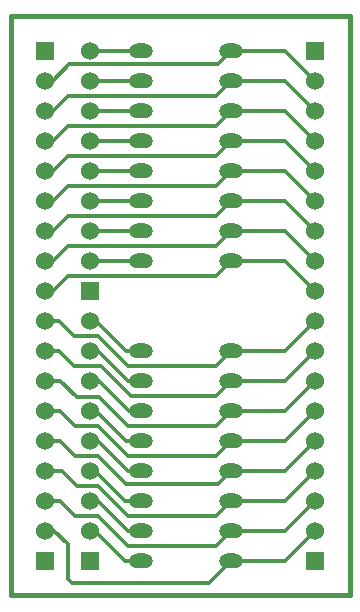
<source format=gtl>
G04 (created by PCBNEW (2013-01-23 BZR 3920)-testing) date Thu 24 Jan 2013 01:11:53 AM CET*
%MOIN*%
G04 Gerber Fmt 3.4, Leading zero omitted, Abs format*
%FSLAX34Y34*%
G01*
G70*
G90*
G04 APERTURE LIST*
%ADD10C,2.3622e-06*%
%ADD11C,0.015*%
%ADD12O,0.08X0.05*%
%ADD13R,0.06X0.06*%
%ADD14C,0.06*%
%ADD15C,0.012*%
G04 APERTURE END LIST*
G54D10*
G54D11*
X64950Y-33050D02*
X64950Y-13750D01*
X76250Y-33050D02*
X76250Y-13750D01*
X64950Y-33050D02*
X76250Y-33050D01*
X64950Y-13750D02*
X76250Y-13750D01*
G54D12*
X72300Y-31900D03*
X72300Y-30900D03*
X72300Y-29900D03*
X72300Y-28900D03*
X72300Y-27900D03*
X72300Y-26900D03*
X72300Y-25900D03*
X72300Y-24900D03*
X69300Y-24900D03*
X69300Y-25900D03*
X69300Y-26900D03*
X69300Y-27900D03*
X69300Y-28900D03*
X69300Y-29900D03*
X69300Y-30900D03*
X69300Y-31900D03*
X72300Y-21900D03*
X72300Y-20900D03*
X72300Y-19900D03*
X72300Y-18900D03*
X72300Y-17900D03*
X72300Y-16900D03*
X72300Y-15900D03*
X72300Y-14900D03*
X69300Y-14900D03*
X69300Y-15900D03*
X69300Y-16900D03*
X69300Y-17900D03*
X69300Y-18900D03*
X69300Y-19900D03*
X69300Y-20900D03*
X69300Y-21900D03*
G54D13*
X67600Y-31900D03*
G54D14*
X67600Y-30900D03*
X67600Y-29900D03*
X67600Y-28900D03*
X67600Y-27900D03*
X67600Y-26900D03*
X67600Y-25900D03*
X67600Y-24900D03*
X67600Y-23900D03*
G54D13*
X66100Y-14900D03*
G54D14*
X66100Y-15900D03*
X66100Y-16900D03*
X66100Y-17900D03*
X66100Y-18900D03*
X66100Y-19900D03*
X66100Y-20900D03*
X66100Y-21900D03*
X66100Y-22900D03*
G54D13*
X66100Y-31900D03*
G54D14*
X66100Y-30900D03*
X66100Y-29900D03*
X66100Y-28900D03*
X66100Y-27900D03*
X66100Y-26900D03*
X66100Y-25900D03*
X66100Y-24900D03*
X66100Y-23900D03*
G54D13*
X75100Y-31900D03*
G54D14*
X75100Y-30900D03*
X75100Y-29900D03*
X75100Y-28900D03*
X75100Y-27900D03*
X75100Y-26900D03*
X75100Y-25900D03*
X75100Y-24900D03*
X75100Y-23900D03*
G54D13*
X75100Y-14900D03*
G54D14*
X75100Y-15900D03*
X75100Y-16900D03*
X75100Y-17900D03*
X75100Y-18900D03*
X75100Y-19900D03*
X75100Y-20900D03*
X75100Y-21900D03*
X75100Y-22900D03*
G54D13*
X67600Y-22900D03*
G54D14*
X67600Y-21900D03*
X67600Y-20900D03*
X67600Y-19900D03*
X67600Y-18900D03*
X67600Y-17900D03*
X67600Y-16900D03*
X67600Y-15900D03*
X67600Y-14900D03*
G54D15*
X71550Y-32650D02*
X72300Y-31900D01*
X67000Y-32650D02*
X71550Y-32650D01*
X66850Y-32500D02*
X67000Y-32650D01*
X66850Y-31350D02*
X66850Y-32500D01*
X72300Y-31900D02*
X74100Y-31900D01*
X66400Y-30900D02*
X66850Y-31350D01*
X74100Y-31900D02*
X75100Y-30900D01*
X66100Y-30900D02*
X66400Y-30900D01*
X71800Y-31400D02*
X72300Y-30900D01*
X68850Y-31400D02*
X71800Y-31400D01*
X67850Y-30400D02*
X68850Y-31400D01*
X67100Y-30400D02*
X67850Y-30400D01*
X72300Y-30900D02*
X74100Y-30900D01*
X66600Y-29900D02*
X67100Y-30400D01*
X74100Y-30900D02*
X75100Y-29900D01*
X66100Y-29900D02*
X66600Y-29900D01*
X71800Y-30400D02*
X72300Y-29900D01*
X68850Y-30400D02*
X71800Y-30400D01*
X67850Y-29400D02*
X68850Y-30400D01*
X67150Y-29400D02*
X67850Y-29400D01*
X72300Y-29900D02*
X74100Y-29900D01*
X66650Y-28900D02*
X67150Y-29400D01*
X74100Y-29900D02*
X75100Y-28900D01*
X66100Y-28900D02*
X66650Y-28900D01*
X71850Y-29350D02*
X72300Y-28900D01*
X68800Y-29350D02*
X71850Y-29350D01*
X67850Y-28400D02*
X68800Y-29350D01*
X67100Y-28400D02*
X67850Y-28400D01*
X72300Y-28900D02*
X74100Y-28900D01*
X66600Y-27900D02*
X67100Y-28400D01*
X74100Y-28900D02*
X75100Y-27900D01*
X66100Y-27900D02*
X66600Y-27900D01*
X71800Y-28400D02*
X72300Y-27900D01*
X72300Y-27900D02*
X74100Y-27900D01*
X68850Y-28400D02*
X71800Y-28400D01*
X74100Y-27900D02*
X75100Y-26900D01*
X67850Y-27400D02*
X68850Y-28400D01*
X67100Y-27400D02*
X67850Y-27400D01*
X66100Y-26900D02*
X66600Y-26900D01*
X66600Y-26900D02*
X67100Y-27400D01*
X71800Y-27400D02*
X72300Y-26900D01*
X72300Y-26900D02*
X74100Y-26900D01*
X68850Y-27400D02*
X71800Y-27400D01*
X74100Y-26900D02*
X75100Y-25900D01*
X67900Y-26450D02*
X68850Y-27400D01*
X67150Y-26450D02*
X67900Y-26450D01*
X66100Y-25900D02*
X66600Y-25900D01*
X66600Y-25900D02*
X67150Y-26450D01*
X71800Y-26400D02*
X72300Y-25900D01*
X72300Y-25900D02*
X74100Y-25900D01*
X68950Y-26400D02*
X71800Y-26400D01*
X74100Y-25900D02*
X75100Y-24900D01*
X67950Y-25400D02*
X68950Y-26400D01*
X67050Y-25400D02*
X67950Y-25400D01*
X66100Y-24900D02*
X66550Y-24900D01*
X66550Y-24900D02*
X67050Y-25400D01*
X71800Y-25400D02*
X72300Y-24900D01*
X72300Y-24900D02*
X74100Y-24900D01*
X68850Y-25400D02*
X71800Y-25400D01*
X74100Y-24900D02*
X75100Y-23900D01*
X67850Y-24400D02*
X68850Y-25400D01*
X67050Y-24400D02*
X67850Y-24400D01*
X66100Y-23900D02*
X66550Y-23900D01*
X66550Y-23900D02*
X67050Y-24400D01*
X66100Y-22900D02*
X66350Y-22900D01*
X66350Y-22900D02*
X66850Y-22400D01*
X66850Y-22400D02*
X71800Y-22400D01*
X74100Y-21900D02*
X75100Y-22900D01*
X71800Y-22400D02*
X72300Y-21900D01*
X72300Y-21900D02*
X74100Y-21900D01*
X66100Y-21900D02*
X66350Y-21900D01*
X66350Y-21900D02*
X66850Y-21400D01*
X66850Y-21400D02*
X71800Y-21400D01*
X74100Y-20900D02*
X75100Y-21900D01*
X71800Y-21400D02*
X72300Y-20900D01*
X72300Y-20900D02*
X74100Y-20900D01*
X66100Y-20900D02*
X66350Y-20900D01*
X66350Y-20900D02*
X66850Y-20400D01*
X66850Y-20400D02*
X71800Y-20400D01*
X74100Y-19900D02*
X75100Y-20900D01*
X71800Y-20400D02*
X72300Y-19900D01*
X72300Y-19900D02*
X74100Y-19900D01*
X66100Y-19900D02*
X66350Y-19900D01*
X66350Y-19900D02*
X66850Y-19400D01*
X66850Y-19400D02*
X71800Y-19400D01*
X74100Y-18900D02*
X75100Y-19900D01*
X71800Y-19400D02*
X72300Y-18900D01*
X72300Y-18900D02*
X74100Y-18900D01*
X66100Y-18900D02*
X66350Y-18900D01*
X66350Y-18900D02*
X66850Y-18400D01*
X66850Y-18400D02*
X71800Y-18400D01*
X74100Y-17900D02*
X75100Y-18900D01*
X71800Y-18400D02*
X72300Y-17900D01*
X72300Y-17900D02*
X74100Y-17900D01*
X66100Y-17900D02*
X66350Y-17900D01*
X66350Y-17900D02*
X66850Y-17400D01*
X66850Y-17400D02*
X71800Y-17400D01*
X74100Y-16900D02*
X75100Y-17900D01*
X71800Y-17400D02*
X72300Y-16900D01*
X72300Y-16900D02*
X74100Y-16900D01*
X66100Y-16900D02*
X66350Y-16900D01*
X66350Y-16900D02*
X66850Y-16400D01*
X66850Y-16400D02*
X71800Y-16400D01*
X74100Y-15900D02*
X75100Y-16900D01*
X71800Y-16400D02*
X72300Y-15900D01*
X72300Y-15900D02*
X74100Y-15900D01*
X66100Y-15900D02*
X66350Y-15900D01*
X66350Y-15900D02*
X66900Y-15350D01*
X66900Y-15350D02*
X71850Y-15350D01*
X74100Y-14900D02*
X75100Y-15900D01*
X71850Y-15350D02*
X72300Y-14900D01*
X72300Y-14900D02*
X74100Y-14900D01*
X67600Y-14900D02*
X69300Y-14900D01*
X67600Y-28900D02*
X67750Y-28900D01*
X67750Y-28900D02*
X68750Y-29900D01*
X68750Y-29900D02*
X69300Y-29900D01*
X67600Y-26900D02*
X67800Y-26900D01*
X67800Y-26900D02*
X68800Y-27900D01*
X68800Y-27900D02*
X69300Y-27900D01*
X67600Y-24900D02*
X67850Y-24900D01*
X67850Y-24900D02*
X68850Y-25900D01*
X68850Y-25900D02*
X69300Y-25900D01*
X67600Y-16900D02*
X69300Y-16900D01*
X67600Y-20900D02*
X69300Y-20900D01*
X67600Y-18900D02*
X69300Y-18900D01*
X68800Y-24900D02*
X69300Y-24900D01*
X67800Y-23900D02*
X68800Y-24900D01*
X67600Y-23900D02*
X67800Y-23900D01*
X68900Y-26900D02*
X69300Y-26900D01*
X69100Y-26900D02*
X69300Y-26900D01*
X67900Y-25900D02*
X68900Y-26900D01*
X67600Y-25900D02*
X67900Y-25900D01*
X68850Y-28900D02*
X69300Y-28900D01*
X67850Y-27900D02*
X68850Y-28900D01*
X67600Y-27900D02*
X67850Y-27900D01*
X68850Y-30900D02*
X69300Y-30900D01*
X67850Y-29900D02*
X68850Y-30900D01*
X67600Y-29900D02*
X67850Y-29900D01*
X67600Y-30900D02*
X67750Y-30900D01*
X67750Y-30900D02*
X68750Y-31900D01*
X68750Y-31900D02*
X69300Y-31900D01*
X69300Y-15900D02*
X67600Y-15900D01*
X69300Y-17900D02*
X67600Y-17900D01*
X69300Y-19900D02*
X67600Y-19900D01*
X69300Y-21900D02*
X67600Y-21900D01*
M02*

</source>
